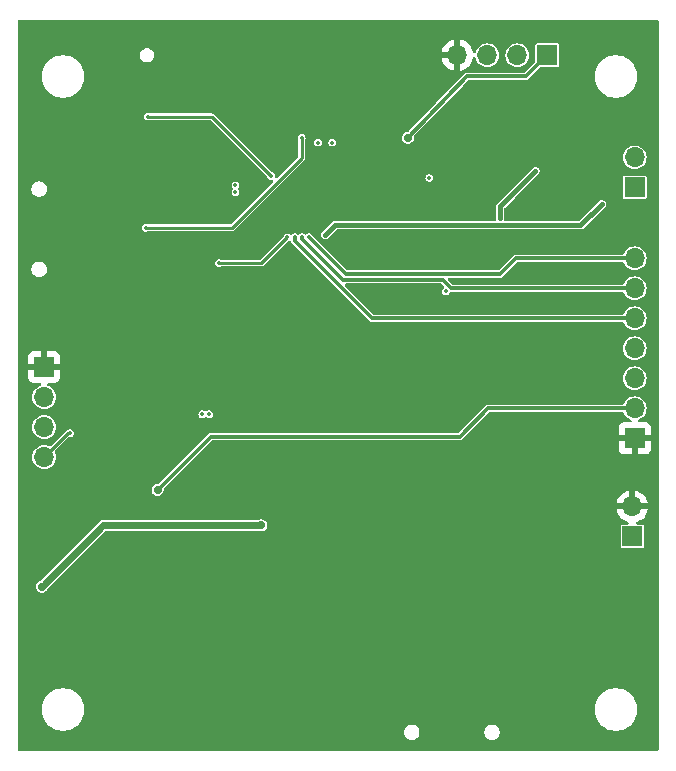
<source format=gbl>
%TF.GenerationSoftware,KiCad,Pcbnew,8.0.0*%
%TF.CreationDate,2025-05-02T12:08:01-03:00*%
%TF.ProjectId,PRJ4 (Alimentador Digital),50524a34-2028-4416-9c69-6d656e746164,rev?*%
%TF.SameCoordinates,Original*%
%TF.FileFunction,Copper,L4,Bot*%
%TF.FilePolarity,Positive*%
%FSLAX46Y46*%
G04 Gerber Fmt 4.6, Leading zero omitted, Abs format (unit mm)*
G04 Created by KiCad (PCBNEW 8.0.0) date 2025-05-02 12:08:01*
%MOMM*%
%LPD*%
G01*
G04 APERTURE LIST*
%TA.AperFunction,ComponentPad*%
%ADD10R,1.700000X1.700000*%
%TD*%
%TA.AperFunction,ComponentPad*%
%ADD11O,1.700000X1.700000*%
%TD*%
%TA.AperFunction,ViaPad*%
%ADD12C,0.700000*%
%TD*%
%TA.AperFunction,ViaPad*%
%ADD13C,0.350000*%
%TD*%
%TA.AperFunction,Conductor*%
%ADD14C,0.250000*%
%TD*%
%TA.AperFunction,Conductor*%
%ADD15C,0.300000*%
%TD*%
%TA.AperFunction,Conductor*%
%ADD16C,0.400000*%
%TD*%
%TA.AperFunction,Conductor*%
%ADD17C,0.600000*%
%TD*%
G04 APERTURE END LIST*
D10*
%TO.P,J6,1,Pin_1*%
%TO.N,GND*%
X168000000Y-103440000D03*
D11*
%TO.P,J6,2,Pin_2*%
%TO.N,+3.3V*%
X168000000Y-100900000D03*
%TO.P,J6,3,Pin_3*%
%TO.N,/CLK__DSP*%
X168000000Y-98360000D03*
%TO.P,J6,4,Pin_4*%
%TO.N,/MOSI_DSP*%
X168000000Y-95820000D03*
%TO.P,J6,5,Pin_5*%
%TO.N,/RES_DSP*%
X168000000Y-93280000D03*
%TO.P,J6,6,Pin_6*%
%TO.N,/DC_DSP*%
X168000000Y-90740000D03*
%TO.P,J6,7,Pin_7*%
%TO.N,/BLK_DSP*%
X168000000Y-88200000D03*
%TD*%
D10*
%TO.P,J1,1,Pin_1*%
%TO.N,GND*%
X118000000Y-97405000D03*
D11*
%TO.P,J1,2,Pin_2*%
%TO.N,Net-(J1-Pin_2)*%
X118000000Y-99945000D03*
%TO.P,J1,3,Pin_3*%
%TO.N,Net-(J1-Pin_3)*%
X118000000Y-102485000D03*
%TO.P,J1,4,Pin_4*%
%TO.N,+3.3V*%
X118000000Y-105025000D03*
%TD*%
D10*
%TO.P,J2,1,Pin_1*%
%TO.N,Net-(J2-Pin_1)*%
X168000000Y-82200000D03*
D11*
%TO.P,J2,2,Pin_2*%
%TO.N,Net-(J2-Pin_2)*%
X168000000Y-79660000D03*
%TD*%
D10*
%TO.P,J4,1,Pin_1*%
%TO.N,+3.3V*%
X160600000Y-71000000D03*
D11*
%TO.P,J4,2,Pin_2*%
%TO.N,/SWDIO*%
X158060000Y-71000000D03*
%TO.P,J4,3,Pin_3*%
%TO.N,/SWCLK*%
X155520000Y-71000000D03*
%TO.P,J4,4,Pin_4*%
%TO.N,GND*%
X152980000Y-71000000D03*
%TD*%
D10*
%TO.P,J5,1,Pin_1*%
%TO.N,+9V*%
X167800000Y-111740000D03*
D11*
%TO.P,J5,2,Pin_2*%
%TO.N,GND*%
X167800000Y-109200000D03*
%TD*%
D12*
%TO.N,GND*%
X128000000Y-94000000D03*
X126000000Y-125000000D03*
X127000000Y-90500000D03*
X147500000Y-107500000D03*
X159000000Y-77000000D03*
X136500000Y-69500000D03*
X156500000Y-74500000D03*
X135000000Y-100000000D03*
D13*
X156800000Y-86000000D03*
D12*
X131000000Y-125000000D03*
X144000000Y-69500000D03*
X152500000Y-105000000D03*
X137500000Y-97500000D03*
X131500000Y-69500000D03*
X160000000Y-98500000D03*
X160000000Y-102500000D03*
X146500000Y-72000000D03*
X161500000Y-74500000D03*
X150000000Y-105000000D03*
X152500000Y-100000000D03*
X152500000Y-107500000D03*
X165000000Y-102500000D03*
X117500000Y-77500000D03*
X161500000Y-77000000D03*
X156500000Y-77000000D03*
X134000000Y-69500000D03*
X140000000Y-95000000D03*
X152500000Y-97500000D03*
X146500000Y-69500000D03*
X140000000Y-97500000D03*
X165000000Y-110000000D03*
X134000000Y-72000000D03*
X145000000Y-95000000D03*
X165000000Y-107500000D03*
X145000000Y-100000000D03*
X150000000Y-100000000D03*
X131500000Y-72000000D03*
X162500000Y-105000000D03*
X122500000Y-80000000D03*
X128500000Y-125000000D03*
X142500000Y-100000000D03*
X162500000Y-110000000D03*
X160000000Y-107500000D03*
X155000000Y-105000000D03*
X159000000Y-74500000D03*
X141500000Y-69500000D03*
X160000000Y-105000000D03*
X131000000Y-127500000D03*
X135000000Y-97500000D03*
D13*
X148800000Y-76800000D03*
D12*
X165000000Y-105000000D03*
X149000000Y-72000000D03*
X122500000Y-77500000D03*
X165000000Y-98500000D03*
X139000000Y-72000000D03*
X142500000Y-97500000D03*
X136500000Y-72000000D03*
X144000000Y-72000000D03*
X125000000Y-87500000D03*
X145000000Y-97500000D03*
X147500000Y-105000000D03*
X147500000Y-97500000D03*
X142500000Y-95000000D03*
X155000000Y-107500000D03*
D13*
X156400000Y-89000000D03*
D12*
X150000000Y-107500000D03*
X137400000Y-95000000D03*
X150000000Y-97500000D03*
X147500000Y-100000000D03*
X126000000Y-127500000D03*
X128500000Y-127500000D03*
X140000000Y-100000000D03*
X141500000Y-72000000D03*
D13*
X145600000Y-78800000D03*
D12*
X137500000Y-100000000D03*
X139000000Y-69500000D03*
X149000000Y-69500000D03*
X162500000Y-102500000D03*
X162500000Y-98500000D03*
X162500000Y-107500000D03*
D13*
%TO.N,/RESET*%
X126800000Y-76200000D03*
X137200000Y-81200000D03*
D12*
%TO.N,+3.3V*%
X127600000Y-107800000D03*
D13*
X138600000Y-86400000D03*
X120200000Y-103000000D03*
X132800000Y-88600000D03*
D12*
X148800000Y-78000000D03*
D13*
%TO.N,Net-(U5-VCP)*%
X159600000Y-80800000D03*
X156600000Y-84800000D03*
%TO.N,/DC1_IN1*%
X150600000Y-81400000D03*
X152000000Y-91000000D03*
%TO.N,/BOOT*%
X139800000Y-78000000D03*
X126600000Y-85600000D03*
D12*
%TO.N,Net-(U3-FB)*%
X136400000Y-110800000D03*
X117800000Y-116000000D03*
D13*
%TO.N,/LOAD_DATA*%
X134200000Y-82000000D03*
X131400000Y-101400000D03*
%TO.N,/FAULT*%
X141800000Y-86200000D03*
X165200000Y-83600000D03*
%TO.N,/LOAD_OUT*%
X131950003Y-101400000D03*
X134200000Y-82600000D03*
%TO.N,/MOSI_DSP*%
X141200000Y-78400000D03*
%TO.N,/RES_DSP*%
X139200000Y-86400000D03*
%TO.N,/DC_DSP*%
X139800000Y-86400000D03*
%TO.N,/BLK_DSP*%
X140400000Y-86400000D03*
%TO.N,/CLK__DSP*%
X142400000Y-78400000D03*
%TD*%
D14*
%TO.N,GND*%
X148800000Y-76800000D02*
X147600000Y-76800000D01*
X156800000Y-86000000D02*
X156400000Y-86400000D01*
X147600000Y-76800000D02*
X145600000Y-78800000D01*
X156400000Y-86400000D02*
X156400000Y-89000000D01*
%TO.N,/RESET*%
X137200000Y-81200000D02*
X132200000Y-76200000D01*
X132200000Y-76200000D02*
X126800000Y-76200000D01*
D15*
%TO.N,+3.3V*%
X168000000Y-100900000D02*
X155610050Y-100900000D01*
D14*
X120025000Y-103000000D02*
X118000000Y-105025000D01*
D15*
X153200000Y-103310050D02*
X132089950Y-103310050D01*
X158800000Y-72800000D02*
X158400000Y-72800000D01*
X153799999Y-72800000D02*
X148800000Y-78000000D01*
X158400000Y-72800000D02*
X153799999Y-72800000D01*
D14*
X120200000Y-103000000D02*
X120025000Y-103000000D01*
D15*
X160600000Y-71000000D02*
X158800000Y-72800000D01*
X132089950Y-103310050D02*
X127600000Y-107800000D01*
D14*
X132800000Y-88600000D02*
X136400000Y-88600000D01*
D15*
X155610050Y-100900000D02*
X153200000Y-103310050D01*
D14*
X136400000Y-88600000D02*
X138600000Y-86400000D01*
D16*
%TO.N,Net-(U5-VCP)*%
X159600000Y-80800000D02*
X156600000Y-83800000D01*
X156600000Y-83800000D02*
X156600000Y-84800000D01*
D14*
%TO.N,/BOOT*%
X139800000Y-78000000D02*
X139800000Y-79707107D01*
X139800000Y-79707107D02*
X133907107Y-85600000D01*
X133907107Y-85600000D02*
X126600000Y-85600000D01*
D17*
%TO.N,Net-(U3-FB)*%
X123000000Y-110800000D02*
X117800000Y-116000000D01*
X136400000Y-110800000D02*
X123000000Y-110800000D01*
D16*
%TO.N,/FAULT*%
X163400000Y-85400000D02*
X142600000Y-85400000D01*
X165200000Y-83600000D02*
X163400000Y-85400000D01*
X142600000Y-85400000D02*
X141800000Y-86200000D01*
D15*
%TO.N,/RES_DSP*%
X168000000Y-93280000D02*
X145787537Y-93280000D01*
X145787537Y-93280000D02*
X139200000Y-86692463D01*
X139200000Y-86692463D02*
X139200000Y-86400000D01*
%TO.N,/DC_DSP*%
X151767463Y-90025000D02*
X143282537Y-90025000D01*
X139800000Y-86542463D02*
X139800000Y-86400000D01*
X143282537Y-90025000D02*
X139800000Y-86542463D01*
X152482463Y-90740000D02*
X151767463Y-90025000D01*
X168000000Y-90740000D02*
X152482463Y-90740000D01*
%TO.N,/BLK_DSP*%
X156617463Y-89525000D02*
X143525000Y-89525000D01*
X168000000Y-88200000D02*
X157942463Y-88200000D01*
X157942463Y-88200000D02*
X156617463Y-89525000D01*
X143525000Y-89525000D02*
X140400000Y-86400000D01*
%TD*%
%TA.AperFunction,Conductor*%
%TO.N,GND*%
G36*
X169967539Y-68020185D02*
G01*
X170013294Y-68072989D01*
X170024500Y-68124500D01*
X170024500Y-129775500D01*
X170004815Y-129842539D01*
X169952011Y-129888294D01*
X169900500Y-129899500D01*
X115899500Y-129899500D01*
X115832461Y-129879815D01*
X115786706Y-129827011D01*
X115775500Y-129775500D01*
X115775500Y-128389071D01*
X148474499Y-128389071D01*
X148499497Y-128514738D01*
X148499499Y-128514744D01*
X148548533Y-128633124D01*
X148548538Y-128633133D01*
X148619723Y-128739668D01*
X148619726Y-128739672D01*
X148710327Y-128830273D01*
X148710331Y-128830276D01*
X148816866Y-128901461D01*
X148816872Y-128901464D01*
X148816873Y-128901465D01*
X148935256Y-128950501D01*
X148935260Y-128950501D01*
X148935261Y-128950502D01*
X149060928Y-128975500D01*
X149060931Y-128975500D01*
X149189071Y-128975500D01*
X149273615Y-128958682D01*
X149314744Y-128950501D01*
X149433127Y-128901465D01*
X149539669Y-128830276D01*
X149630276Y-128739669D01*
X149701465Y-128633127D01*
X149750501Y-128514744D01*
X149775500Y-128389071D01*
X155274499Y-128389071D01*
X155299497Y-128514738D01*
X155299499Y-128514744D01*
X155348533Y-128633124D01*
X155348538Y-128633133D01*
X155419723Y-128739668D01*
X155419726Y-128739672D01*
X155510327Y-128830273D01*
X155510331Y-128830276D01*
X155616866Y-128901461D01*
X155616872Y-128901464D01*
X155616873Y-128901465D01*
X155735256Y-128950501D01*
X155735260Y-128950501D01*
X155735261Y-128950502D01*
X155860928Y-128975500D01*
X155860931Y-128975500D01*
X155989071Y-128975500D01*
X156073615Y-128958682D01*
X156114744Y-128950501D01*
X156233127Y-128901465D01*
X156339669Y-128830276D01*
X156430276Y-128739669D01*
X156501465Y-128633127D01*
X156550501Y-128514744D01*
X156575500Y-128389069D01*
X156575500Y-128260931D01*
X156575500Y-128260928D01*
X156550502Y-128135261D01*
X156550501Y-128135260D01*
X156550501Y-128135256D01*
X156502050Y-128018285D01*
X156501466Y-128016875D01*
X156501461Y-128016866D01*
X156430276Y-127910331D01*
X156430273Y-127910327D01*
X156339672Y-127819726D01*
X156339668Y-127819723D01*
X156233133Y-127748538D01*
X156233124Y-127748533D01*
X156114744Y-127699499D01*
X156114738Y-127699497D01*
X155989071Y-127674500D01*
X155989069Y-127674500D01*
X155860931Y-127674500D01*
X155860929Y-127674500D01*
X155735261Y-127699497D01*
X155735255Y-127699499D01*
X155616875Y-127748533D01*
X155616866Y-127748538D01*
X155510331Y-127819723D01*
X155510327Y-127819726D01*
X155419726Y-127910327D01*
X155419723Y-127910331D01*
X155348538Y-128016866D01*
X155348533Y-128016875D01*
X155299499Y-128135255D01*
X155299497Y-128135261D01*
X155274500Y-128260928D01*
X155274500Y-128260931D01*
X155274500Y-128389069D01*
X155274500Y-128389071D01*
X155274499Y-128389071D01*
X149775500Y-128389071D01*
X149775500Y-128389069D01*
X149775500Y-128260931D01*
X149775500Y-128260928D01*
X149750502Y-128135261D01*
X149750501Y-128135260D01*
X149750501Y-128135256D01*
X149702050Y-128018285D01*
X149701466Y-128016875D01*
X149701461Y-128016866D01*
X149630276Y-127910331D01*
X149630273Y-127910327D01*
X149539672Y-127819726D01*
X149539668Y-127819723D01*
X149433133Y-127748538D01*
X149433124Y-127748533D01*
X149314744Y-127699499D01*
X149314738Y-127699497D01*
X149189071Y-127674500D01*
X149189069Y-127674500D01*
X149060931Y-127674500D01*
X149060929Y-127674500D01*
X148935261Y-127699497D01*
X148935255Y-127699499D01*
X148816875Y-127748533D01*
X148816866Y-127748538D01*
X148710331Y-127819723D01*
X148710327Y-127819726D01*
X148619726Y-127910327D01*
X148619723Y-127910331D01*
X148548538Y-128016866D01*
X148548533Y-128016875D01*
X148499499Y-128135255D01*
X148499497Y-128135261D01*
X148474500Y-128260928D01*
X148474500Y-128260931D01*
X148474500Y-128389069D01*
X148474500Y-128389071D01*
X148474499Y-128389071D01*
X115775500Y-128389071D01*
X115775500Y-126518004D01*
X117799500Y-126518004D01*
X117799501Y-126518020D01*
X117830306Y-126752010D01*
X117891394Y-126979993D01*
X117981714Y-127198045D01*
X117981719Y-127198056D01*
X118052677Y-127320957D01*
X118099727Y-127402450D01*
X118099729Y-127402453D01*
X118099730Y-127402454D01*
X118243406Y-127589697D01*
X118243412Y-127589704D01*
X118410295Y-127756587D01*
X118410301Y-127756592D01*
X118597550Y-127900273D01*
X118728918Y-127976118D01*
X118801943Y-128018280D01*
X118801948Y-128018282D01*
X118801951Y-128018284D01*
X119020007Y-128108606D01*
X119247986Y-128169693D01*
X119481989Y-128200500D01*
X119481996Y-128200500D01*
X119718004Y-128200500D01*
X119718011Y-128200500D01*
X119952014Y-128169693D01*
X120179993Y-128108606D01*
X120398049Y-128018284D01*
X120602450Y-127900273D01*
X120789699Y-127756592D01*
X120956592Y-127589699D01*
X121100273Y-127402450D01*
X121218284Y-127198049D01*
X121308606Y-126979993D01*
X121369693Y-126752014D01*
X121400500Y-126518011D01*
X121400500Y-126518004D01*
X164599500Y-126518004D01*
X164599501Y-126518020D01*
X164630306Y-126752010D01*
X164691394Y-126979993D01*
X164781714Y-127198045D01*
X164781719Y-127198056D01*
X164852677Y-127320957D01*
X164899727Y-127402450D01*
X164899729Y-127402453D01*
X164899730Y-127402454D01*
X165043406Y-127589697D01*
X165043412Y-127589704D01*
X165210295Y-127756587D01*
X165210301Y-127756592D01*
X165397550Y-127900273D01*
X165528918Y-127976118D01*
X165601943Y-128018280D01*
X165601948Y-128018282D01*
X165601951Y-128018284D01*
X165820007Y-128108606D01*
X166047986Y-128169693D01*
X166281989Y-128200500D01*
X166281996Y-128200500D01*
X166518004Y-128200500D01*
X166518011Y-128200500D01*
X166752014Y-128169693D01*
X166979993Y-128108606D01*
X167198049Y-128018284D01*
X167402450Y-127900273D01*
X167589699Y-127756592D01*
X167756592Y-127589699D01*
X167900273Y-127402450D01*
X168018284Y-127198049D01*
X168108606Y-126979993D01*
X168169693Y-126752014D01*
X168200500Y-126518011D01*
X168200500Y-126281989D01*
X168169693Y-126047986D01*
X168108606Y-125820007D01*
X168018284Y-125601951D01*
X168018282Y-125601948D01*
X168018280Y-125601943D01*
X167976118Y-125528918D01*
X167900273Y-125397550D01*
X167756592Y-125210301D01*
X167756587Y-125210295D01*
X167589704Y-125043412D01*
X167589697Y-125043406D01*
X167402454Y-124899730D01*
X167402453Y-124899729D01*
X167402450Y-124899727D01*
X167320957Y-124852677D01*
X167198056Y-124781719D01*
X167198045Y-124781714D01*
X166979993Y-124691394D01*
X166752010Y-124630306D01*
X166518020Y-124599501D01*
X166518017Y-124599500D01*
X166518011Y-124599500D01*
X166281989Y-124599500D01*
X166281983Y-124599500D01*
X166281979Y-124599501D01*
X166047989Y-124630306D01*
X165820006Y-124691394D01*
X165601954Y-124781714D01*
X165601943Y-124781719D01*
X165397545Y-124899730D01*
X165210302Y-125043406D01*
X165210295Y-125043412D01*
X165043412Y-125210295D01*
X165043406Y-125210302D01*
X164899730Y-125397545D01*
X164781719Y-125601943D01*
X164781714Y-125601954D01*
X164691394Y-125820006D01*
X164630306Y-126047989D01*
X164599501Y-126281979D01*
X164599500Y-126281995D01*
X164599500Y-126518004D01*
X121400500Y-126518004D01*
X121400500Y-126281989D01*
X121369693Y-126047986D01*
X121308606Y-125820007D01*
X121218284Y-125601951D01*
X121218282Y-125601948D01*
X121218280Y-125601943D01*
X121176118Y-125528918D01*
X121100273Y-125397550D01*
X120956592Y-125210301D01*
X120956587Y-125210295D01*
X120789704Y-125043412D01*
X120789697Y-125043406D01*
X120602454Y-124899730D01*
X120602453Y-124899729D01*
X120602450Y-124899727D01*
X120520957Y-124852677D01*
X120398056Y-124781719D01*
X120398045Y-124781714D01*
X120179993Y-124691394D01*
X119952010Y-124630306D01*
X119718020Y-124599501D01*
X119718017Y-124599500D01*
X119718011Y-124599500D01*
X119481989Y-124599500D01*
X119481983Y-124599500D01*
X119481979Y-124599501D01*
X119247989Y-124630306D01*
X119020006Y-124691394D01*
X118801954Y-124781714D01*
X118801943Y-124781719D01*
X118597545Y-124899730D01*
X118410302Y-125043406D01*
X118410295Y-125043412D01*
X118243412Y-125210295D01*
X118243406Y-125210302D01*
X118099730Y-125397545D01*
X117981719Y-125601943D01*
X117981714Y-125601954D01*
X117891394Y-125820006D01*
X117830306Y-126047989D01*
X117799501Y-126281979D01*
X117799500Y-126281995D01*
X117799500Y-126518004D01*
X115775500Y-126518004D01*
X115775500Y-116000000D01*
X117291929Y-116000000D01*
X117312508Y-116143138D01*
X117312509Y-116143143D01*
X117372582Y-116274682D01*
X117372582Y-116274683D01*
X117467285Y-116383975D01*
X117568534Y-116449044D01*
X117588940Y-116462158D01*
X117698853Y-116494431D01*
X117727693Y-116502900D01*
X117727694Y-116502900D01*
X117872307Y-116502900D01*
X117896183Y-116495888D01*
X118011060Y-116462158D01*
X118132716Y-116383974D01*
X118227417Y-116274684D01*
X118269907Y-116181642D01*
X118295015Y-116145480D01*
X123151278Y-111289219D01*
X123212601Y-111255734D01*
X123238959Y-111252900D01*
X136141692Y-111252900D01*
X136179971Y-111261226D01*
X136180431Y-111259660D01*
X136327692Y-111302900D01*
X136327694Y-111302900D01*
X136472307Y-111302900D01*
X136496183Y-111295888D01*
X136611060Y-111262158D01*
X136732716Y-111183974D01*
X136827417Y-111074684D01*
X136887491Y-110943140D01*
X136908071Y-110800000D01*
X136887491Y-110656860D01*
X136887490Y-110656859D01*
X136887490Y-110656856D01*
X136827417Y-110525317D01*
X136827417Y-110525316D01*
X136732714Y-110416024D01*
X136611062Y-110337843D01*
X136611061Y-110337842D01*
X136611060Y-110337842D01*
X136529985Y-110314036D01*
X136472307Y-110297100D01*
X136472306Y-110297100D01*
X136327694Y-110297100D01*
X136327692Y-110297100D01*
X136180431Y-110340340D01*
X136179971Y-110338773D01*
X136141692Y-110347100D01*
X122940375Y-110347100D01*
X122825185Y-110377964D01*
X122721913Y-110437590D01*
X122721910Y-110437592D01*
X117657641Y-115501860D01*
X117604901Y-115533154D01*
X117588946Y-115537839D01*
X117588936Y-115537844D01*
X117467285Y-115616024D01*
X117372582Y-115725316D01*
X117372582Y-115725317D01*
X117312509Y-115856856D01*
X117312508Y-115856861D01*
X117291929Y-116000000D01*
X115775500Y-116000000D01*
X115775500Y-109450000D01*
X166469364Y-109450000D01*
X166526567Y-109663486D01*
X166526570Y-109663492D01*
X166626399Y-109877578D01*
X166761894Y-110071082D01*
X166928917Y-110238105D01*
X167122421Y-110373600D01*
X167336507Y-110473429D01*
X167336518Y-110473434D01*
X167410755Y-110493325D01*
X167470416Y-110529689D01*
X167500946Y-110592536D01*
X167492652Y-110661912D01*
X167448167Y-110715790D01*
X167381615Y-110737065D01*
X167378663Y-110737100D01*
X166934945Y-110737100D01*
X166890341Y-110745972D01*
X166890338Y-110745973D01*
X166839766Y-110779765D01*
X166805971Y-110830343D01*
X166805970Y-110830345D01*
X166797100Y-110874940D01*
X166797100Y-112605054D01*
X166805972Y-112649658D01*
X166805973Y-112649661D01*
X166839765Y-112700233D01*
X166839766Y-112700234D01*
X166890342Y-112734028D01*
X166890343Y-112734028D01*
X166890345Y-112734029D01*
X166912642Y-112738464D01*
X166934943Y-112742900D01*
X168665056Y-112742899D01*
X168709658Y-112734028D01*
X168760234Y-112700234D01*
X168794028Y-112649658D01*
X168802900Y-112605057D01*
X168802899Y-110874944D01*
X168794028Y-110830342D01*
X168794026Y-110830340D01*
X168794026Y-110830338D01*
X168760234Y-110779766D01*
X168709659Y-110745973D01*
X168709658Y-110745972D01*
X168709657Y-110745971D01*
X168709656Y-110745971D01*
X168709654Y-110745970D01*
X168665059Y-110737100D01*
X168221338Y-110737100D01*
X168154299Y-110717415D01*
X168108544Y-110664611D01*
X168098600Y-110595453D01*
X168127625Y-110531897D01*
X168186403Y-110494123D01*
X168189245Y-110493325D01*
X168263483Y-110473433D01*
X168263492Y-110473429D01*
X168477578Y-110373600D01*
X168671082Y-110238105D01*
X168838105Y-110071082D01*
X168973600Y-109877578D01*
X169073429Y-109663492D01*
X169073432Y-109663486D01*
X169130636Y-109450000D01*
X168233012Y-109450000D01*
X168265925Y-109392993D01*
X168300000Y-109265826D01*
X168300000Y-109134174D01*
X168265925Y-109007007D01*
X168233012Y-108950000D01*
X169130636Y-108950000D01*
X169130635Y-108949999D01*
X169073432Y-108736513D01*
X169073429Y-108736507D01*
X168973600Y-108522422D01*
X168973599Y-108522420D01*
X168838113Y-108328926D01*
X168838108Y-108328920D01*
X168671082Y-108161894D01*
X168477578Y-108026399D01*
X168263492Y-107926570D01*
X168263486Y-107926567D01*
X168050000Y-107869364D01*
X168050000Y-108766988D01*
X167992993Y-108734075D01*
X167865826Y-108700000D01*
X167734174Y-108700000D01*
X167607007Y-108734075D01*
X167550000Y-108766988D01*
X167550000Y-107869364D01*
X167549999Y-107869364D01*
X167336513Y-107926567D01*
X167336507Y-107926570D01*
X167122422Y-108026399D01*
X167122420Y-108026400D01*
X166928926Y-108161886D01*
X166928920Y-108161891D01*
X166761891Y-108328920D01*
X166761886Y-108328926D01*
X166626400Y-108522420D01*
X166626399Y-108522422D01*
X166526570Y-108736507D01*
X166526567Y-108736513D01*
X166469364Y-108949999D01*
X166469364Y-108950000D01*
X167366988Y-108950000D01*
X167334075Y-109007007D01*
X167300000Y-109134174D01*
X167300000Y-109265826D01*
X167334075Y-109392993D01*
X167366988Y-109450000D01*
X166469364Y-109450000D01*
X115775500Y-109450000D01*
X115775500Y-107800000D01*
X127091929Y-107800000D01*
X127112508Y-107943138D01*
X127112509Y-107943143D01*
X127172582Y-108074682D01*
X127172582Y-108074683D01*
X127172583Y-108074684D01*
X127248151Y-108161894D01*
X127267285Y-108183975D01*
X127368534Y-108249044D01*
X127388940Y-108262158D01*
X127498853Y-108294431D01*
X127527693Y-108302900D01*
X127527694Y-108302900D01*
X127672307Y-108302900D01*
X127696183Y-108295888D01*
X127811060Y-108262158D01*
X127932716Y-108183974D01*
X128027417Y-108074684D01*
X128087491Y-107943140D01*
X128108071Y-107800000D01*
X128106885Y-107791754D01*
X128116825Y-107722599D01*
X128141938Y-107686426D01*
X132179097Y-103649269D01*
X132240420Y-103615784D01*
X132266778Y-103612950D01*
X153152510Y-103612950D01*
X153152526Y-103612951D01*
X153160122Y-103612951D01*
X153239875Y-103612951D01*
X153239878Y-103612951D01*
X153316915Y-103592308D01*
X153385985Y-103552431D01*
X155699196Y-101239218D01*
X155760519Y-101205734D01*
X155786877Y-101202900D01*
X166951892Y-101202900D01*
X167018931Y-101222585D01*
X167064686Y-101275389D01*
X167066461Y-101280090D01*
X167066627Y-101280022D01*
X167068955Y-101285644D01*
X167068957Y-101285649D01*
X167068958Y-101285650D01*
X167130078Y-101399999D01*
X167162086Y-101459881D01*
X167287410Y-101612589D01*
X167427917Y-101727900D01*
X167440122Y-101737916D01*
X167614350Y-101831042D01*
X167635308Y-101837399D01*
X167668076Y-101847340D01*
X167726514Y-101885637D01*
X167754971Y-101949449D01*
X167744410Y-102018516D01*
X167698185Y-102070910D01*
X167632080Y-102090000D01*
X167102155Y-102090000D01*
X167042627Y-102096401D01*
X167042620Y-102096403D01*
X166907913Y-102146645D01*
X166907906Y-102146649D01*
X166792812Y-102232809D01*
X166792809Y-102232812D01*
X166706649Y-102347906D01*
X166706645Y-102347913D01*
X166656403Y-102482620D01*
X166656401Y-102482627D01*
X166650000Y-102542155D01*
X166650000Y-103190000D01*
X167566988Y-103190000D01*
X167534075Y-103247007D01*
X167500000Y-103374174D01*
X167500000Y-103505826D01*
X167534075Y-103632993D01*
X167566988Y-103690000D01*
X166650000Y-103690000D01*
X166650000Y-104337844D01*
X166656401Y-104397372D01*
X166656403Y-104397379D01*
X166706645Y-104532086D01*
X166706649Y-104532093D01*
X166792809Y-104647187D01*
X166792812Y-104647190D01*
X166907906Y-104733350D01*
X166907913Y-104733354D01*
X167042620Y-104783596D01*
X167042627Y-104783598D01*
X167102155Y-104789999D01*
X167102172Y-104790000D01*
X167750000Y-104790000D01*
X167750000Y-103873012D01*
X167807007Y-103905925D01*
X167934174Y-103940000D01*
X168065826Y-103940000D01*
X168192993Y-103905925D01*
X168250000Y-103873012D01*
X168250000Y-104790000D01*
X168897828Y-104790000D01*
X168897844Y-104789999D01*
X168957372Y-104783598D01*
X168957379Y-104783596D01*
X169092086Y-104733354D01*
X169092093Y-104733350D01*
X169207187Y-104647190D01*
X169207190Y-104647187D01*
X169293350Y-104532093D01*
X169293354Y-104532086D01*
X169343596Y-104397379D01*
X169343598Y-104397372D01*
X169349999Y-104337844D01*
X169350000Y-104337827D01*
X169350000Y-103690000D01*
X168433012Y-103690000D01*
X168465925Y-103632993D01*
X168500000Y-103505826D01*
X168500000Y-103374174D01*
X168465925Y-103247007D01*
X168433012Y-103190000D01*
X169350000Y-103190000D01*
X169350000Y-102542172D01*
X169349999Y-102542155D01*
X169343598Y-102482627D01*
X169343596Y-102482620D01*
X169293354Y-102347913D01*
X169293350Y-102347906D01*
X169207190Y-102232812D01*
X169207187Y-102232809D01*
X169092093Y-102146649D01*
X169092086Y-102146645D01*
X168957379Y-102096403D01*
X168957372Y-102096401D01*
X168897844Y-102090000D01*
X168367920Y-102090000D01*
X168300881Y-102070315D01*
X168255126Y-102017511D01*
X168245182Y-101948353D01*
X168274207Y-101884797D01*
X168331924Y-101847340D01*
X168353003Y-101840945D01*
X168385650Y-101831042D01*
X168559878Y-101737916D01*
X168712589Y-101612589D01*
X168837916Y-101459878D01*
X168931042Y-101285650D01*
X168988389Y-101096603D01*
X169007753Y-100900000D01*
X168988389Y-100703397D01*
X168931042Y-100514350D01*
X168837916Y-100340122D01*
X168830142Y-100330649D01*
X168712589Y-100187410D01*
X168559881Y-100062086D01*
X168559879Y-100062085D01*
X168559878Y-100062084D01*
X168385650Y-99968958D01*
X168196603Y-99911611D01*
X168196601Y-99911610D01*
X168196599Y-99911610D01*
X168000000Y-99892247D01*
X167803400Y-99911610D01*
X167614350Y-99968958D01*
X167440118Y-100062086D01*
X167287410Y-100187410D01*
X167162086Y-100340118D01*
X167068955Y-100514355D01*
X167066627Y-100519978D01*
X167064090Y-100518927D01*
X167032319Y-100567480D01*
X166968526Y-100595979D01*
X166951892Y-100597100D01*
X155570172Y-100597100D01*
X155493135Y-100617742D01*
X155493134Y-100617742D01*
X155424066Y-100657618D01*
X155424063Y-100657620D01*
X153110853Y-102970831D01*
X153049530Y-103004316D01*
X153023172Y-103007150D01*
X132050072Y-103007150D01*
X131973035Y-103027792D01*
X131973034Y-103027792D01*
X131903966Y-103067668D01*
X131903963Y-103067670D01*
X127710852Y-107260781D01*
X127649529Y-107294266D01*
X127623171Y-107297100D01*
X127527693Y-107297100D01*
X127388937Y-107337843D01*
X127267285Y-107416024D01*
X127172582Y-107525316D01*
X127172582Y-107525317D01*
X127112509Y-107656856D01*
X127112508Y-107656861D01*
X127091929Y-107800000D01*
X115775500Y-107800000D01*
X115775500Y-105025000D01*
X116992247Y-105025000D01*
X117011610Y-105221599D01*
X117011610Y-105221601D01*
X117011611Y-105221603D01*
X117068958Y-105410650D01*
X117162084Y-105584878D01*
X117162086Y-105584881D01*
X117287410Y-105737589D01*
X117440118Y-105862913D01*
X117440122Y-105862916D01*
X117614350Y-105956042D01*
X117803397Y-106013389D01*
X118000000Y-106032753D01*
X118196603Y-106013389D01*
X118385650Y-105956042D01*
X118559878Y-105862916D01*
X118712589Y-105737589D01*
X118837916Y-105584878D01*
X118931042Y-105410650D01*
X118988389Y-105221603D01*
X119007753Y-105025000D01*
X118988389Y-104828397D01*
X118931042Y-104639350D01*
X118921315Y-104621153D01*
X118907071Y-104552753D01*
X118932069Y-104487508D01*
X118942984Y-104475024D01*
X120053790Y-103364219D01*
X120115113Y-103330734D01*
X120141471Y-103327900D01*
X120257816Y-103327900D01*
X120257818Y-103327900D01*
X120366479Y-103288350D01*
X120455061Y-103214021D01*
X120512878Y-103113878D01*
X120532958Y-103000000D01*
X120512878Y-102886122D01*
X120503945Y-102870650D01*
X120455063Y-102785982D01*
X120455062Y-102785981D01*
X120455061Y-102785979D01*
X120366479Y-102711650D01*
X120257818Y-102672100D01*
X120142182Y-102672100D01*
X120033521Y-102711650D01*
X120033519Y-102711650D01*
X120025357Y-102714622D01*
X119996303Y-102719744D01*
X119996474Y-102721039D01*
X119988414Y-102722100D01*
X119917733Y-102741038D01*
X119854365Y-102777625D01*
X119854362Y-102777627D01*
X118549981Y-104082007D01*
X118488658Y-104115492D01*
X118418966Y-104110508D01*
X118403848Y-104103685D01*
X118385652Y-104093959D01*
X118385651Y-104093958D01*
X118385650Y-104093958D01*
X118196603Y-104036611D01*
X118196601Y-104036610D01*
X118196599Y-104036610D01*
X118000000Y-104017247D01*
X117803400Y-104036610D01*
X117614350Y-104093958D01*
X117440118Y-104187086D01*
X117287410Y-104312410D01*
X117162086Y-104465118D01*
X117068958Y-104639350D01*
X117011610Y-104828400D01*
X116992247Y-105025000D01*
X115775500Y-105025000D01*
X115775500Y-102485000D01*
X116992247Y-102485000D01*
X117011610Y-102681599D01*
X117011610Y-102681601D01*
X117011611Y-102681603D01*
X117068958Y-102870650D01*
X117159424Y-103039901D01*
X117162086Y-103044881D01*
X117287410Y-103197589D01*
X117440118Y-103322913D01*
X117440122Y-103322916D01*
X117614350Y-103416042D01*
X117803397Y-103473389D01*
X118000000Y-103492753D01*
X118196603Y-103473389D01*
X118385650Y-103416042D01*
X118559878Y-103322916D01*
X118712589Y-103197589D01*
X118837916Y-103044878D01*
X118931042Y-102870650D01*
X118988389Y-102681603D01*
X119007753Y-102485000D01*
X118988389Y-102288397D01*
X118931042Y-102099350D01*
X118837916Y-101925122D01*
X118807770Y-101888389D01*
X118712589Y-101772410D01*
X118559881Y-101647086D01*
X118559879Y-101647085D01*
X118559878Y-101647084D01*
X118385650Y-101553958D01*
X118196603Y-101496611D01*
X118196601Y-101496610D01*
X118196599Y-101496610D01*
X118000000Y-101477247D01*
X117803400Y-101496610D01*
X117614350Y-101553958D01*
X117440118Y-101647086D01*
X117287410Y-101772410D01*
X117162086Y-101925118D01*
X117068958Y-102099350D01*
X117011610Y-102288400D01*
X116992247Y-102485000D01*
X115775500Y-102485000D01*
X115775500Y-101400000D01*
X131067042Y-101400000D01*
X131087122Y-101513877D01*
X131087124Y-101513883D01*
X131144936Y-101614017D01*
X131144937Y-101614018D01*
X131144939Y-101614021D01*
X131233521Y-101688350D01*
X131342182Y-101727900D01*
X131342183Y-101727900D01*
X131457816Y-101727900D01*
X131457818Y-101727900D01*
X131566479Y-101688350D01*
X131595297Y-101664168D01*
X131659302Y-101636157D01*
X131728294Y-101647195D01*
X131754703Y-101664166D01*
X131783524Y-101688350D01*
X131892185Y-101727900D01*
X131892186Y-101727900D01*
X132007819Y-101727900D01*
X132007821Y-101727900D01*
X132116482Y-101688350D01*
X132205064Y-101614021D01*
X132262881Y-101513878D01*
X132282961Y-101400000D01*
X132262881Y-101286122D01*
X132262608Y-101285650D01*
X132205066Y-101185982D01*
X132205065Y-101185981D01*
X132205064Y-101185979D01*
X132116482Y-101111650D01*
X132007821Y-101072100D01*
X131892185Y-101072100D01*
X131783524Y-101111650D01*
X131783523Y-101111650D01*
X131783522Y-101111651D01*
X131754705Y-101135831D01*
X131690696Y-101163843D01*
X131621705Y-101152802D01*
X131595296Y-101135830D01*
X131566480Y-101111651D01*
X131566479Y-101111650D01*
X131457818Y-101072100D01*
X131342182Y-101072100D01*
X131233521Y-101111650D01*
X131233520Y-101111650D01*
X131233519Y-101111651D01*
X131144941Y-101185977D01*
X131144936Y-101185982D01*
X131087124Y-101286116D01*
X131087122Y-101286122D01*
X131067042Y-101399999D01*
X131067042Y-101400000D01*
X115775500Y-101400000D01*
X115775500Y-98302844D01*
X116650000Y-98302844D01*
X116656401Y-98362372D01*
X116656403Y-98362379D01*
X116706645Y-98497086D01*
X116706649Y-98497093D01*
X116792809Y-98612187D01*
X116792812Y-98612190D01*
X116907906Y-98698350D01*
X116907913Y-98698354D01*
X117042620Y-98748596D01*
X117042627Y-98748598D01*
X117102155Y-98754999D01*
X117102172Y-98755000D01*
X117632080Y-98755000D01*
X117699119Y-98774685D01*
X117744874Y-98827489D01*
X117754818Y-98896647D01*
X117725793Y-98960203D01*
X117668076Y-98997660D01*
X117614354Y-99013956D01*
X117440118Y-99107086D01*
X117287410Y-99232410D01*
X117162086Y-99385118D01*
X117068958Y-99559350D01*
X117011610Y-99748400D01*
X116992247Y-99945000D01*
X117011610Y-100141599D01*
X117011610Y-100141601D01*
X117011611Y-100141603D01*
X117068958Y-100330650D01*
X117074019Y-100340118D01*
X117162086Y-100504881D01*
X117287410Y-100657589D01*
X117440118Y-100782913D01*
X117440122Y-100782916D01*
X117614350Y-100876042D01*
X117803397Y-100933389D01*
X118000000Y-100952753D01*
X118196603Y-100933389D01*
X118385650Y-100876042D01*
X118559878Y-100782916D01*
X118712589Y-100657589D01*
X118837916Y-100504878D01*
X118931042Y-100330650D01*
X118988389Y-100141603D01*
X119007753Y-99945000D01*
X118988389Y-99748397D01*
X118931042Y-99559350D01*
X118837916Y-99385122D01*
X118807770Y-99348389D01*
X118712589Y-99232410D01*
X118559881Y-99107086D01*
X118559879Y-99107085D01*
X118559878Y-99107084D01*
X118385650Y-99013958D01*
X118385647Y-99013957D01*
X118385645Y-99013956D01*
X118331924Y-98997660D01*
X118273486Y-98959363D01*
X118245029Y-98895551D01*
X118255590Y-98826484D01*
X118301815Y-98774090D01*
X118367920Y-98755000D01*
X118897828Y-98755000D01*
X118897844Y-98754999D01*
X118957372Y-98748598D01*
X118957379Y-98748596D01*
X119092086Y-98698354D01*
X119092093Y-98698350D01*
X119207187Y-98612190D01*
X119207190Y-98612187D01*
X119293350Y-98497093D01*
X119293354Y-98497086D01*
X119343596Y-98362379D01*
X119343598Y-98362372D01*
X119343853Y-98360000D01*
X166992247Y-98360000D01*
X167011610Y-98556599D01*
X167011610Y-98556601D01*
X167011611Y-98556603D01*
X167068958Y-98745650D01*
X167149081Y-98895551D01*
X167162086Y-98919881D01*
X167287410Y-99072589D01*
X167440118Y-99197913D01*
X167440122Y-99197916D01*
X167614350Y-99291042D01*
X167803397Y-99348389D01*
X168000000Y-99367753D01*
X168196603Y-99348389D01*
X168385650Y-99291042D01*
X168559878Y-99197916D01*
X168712589Y-99072589D01*
X168837916Y-98919878D01*
X168931042Y-98745650D01*
X168988389Y-98556603D01*
X169007753Y-98360000D01*
X168988389Y-98163397D01*
X168931042Y-97974350D01*
X168837916Y-97800122D01*
X168765602Y-97712007D01*
X168712589Y-97647410D01*
X168559881Y-97522086D01*
X168559879Y-97522085D01*
X168559878Y-97522084D01*
X168385650Y-97428958D01*
X168196603Y-97371611D01*
X168196601Y-97371610D01*
X168196599Y-97371610D01*
X168000000Y-97352247D01*
X167803400Y-97371610D01*
X167614350Y-97428958D01*
X167440118Y-97522086D01*
X167287410Y-97647410D01*
X167162086Y-97800118D01*
X167068958Y-97974350D01*
X167011610Y-98163400D01*
X166992247Y-98360000D01*
X119343853Y-98360000D01*
X119349999Y-98302844D01*
X119350000Y-98302827D01*
X119350000Y-97655000D01*
X118433012Y-97655000D01*
X118465925Y-97597993D01*
X118500000Y-97470826D01*
X118500000Y-97339174D01*
X118465925Y-97212007D01*
X118433012Y-97155000D01*
X119350000Y-97155000D01*
X119350000Y-96507172D01*
X119349999Y-96507155D01*
X119343598Y-96447627D01*
X119343596Y-96447620D01*
X119293354Y-96312913D01*
X119293350Y-96312906D01*
X119207190Y-96197812D01*
X119207187Y-96197809D01*
X119092093Y-96111649D01*
X119092086Y-96111645D01*
X118957379Y-96061403D01*
X118957372Y-96061401D01*
X118897844Y-96055000D01*
X118250000Y-96055000D01*
X118250000Y-96971988D01*
X118192993Y-96939075D01*
X118065826Y-96905000D01*
X117934174Y-96905000D01*
X117807007Y-96939075D01*
X117750000Y-96971988D01*
X117750000Y-96055000D01*
X117102155Y-96055000D01*
X117042627Y-96061401D01*
X117042620Y-96061403D01*
X116907913Y-96111645D01*
X116907906Y-96111649D01*
X116792812Y-96197809D01*
X116792809Y-96197812D01*
X116706649Y-96312906D01*
X116706645Y-96312913D01*
X116656403Y-96447620D01*
X116656401Y-96447627D01*
X116650000Y-96507155D01*
X116650000Y-97155000D01*
X117566988Y-97155000D01*
X117534075Y-97212007D01*
X117500000Y-97339174D01*
X117500000Y-97470826D01*
X117534075Y-97597993D01*
X117566988Y-97655000D01*
X116650000Y-97655000D01*
X116650000Y-98302844D01*
X115775500Y-98302844D01*
X115775500Y-95820000D01*
X166992247Y-95820000D01*
X167011610Y-96016599D01*
X167011610Y-96016601D01*
X167011611Y-96016603D01*
X167068958Y-96205650D01*
X167126287Y-96312906D01*
X167162086Y-96379881D01*
X167287410Y-96532589D01*
X167440118Y-96657913D01*
X167440122Y-96657916D01*
X167614350Y-96751042D01*
X167803397Y-96808389D01*
X168000000Y-96827753D01*
X168196603Y-96808389D01*
X168385650Y-96751042D01*
X168559878Y-96657916D01*
X168712589Y-96532589D01*
X168837916Y-96379878D01*
X168931042Y-96205650D01*
X168988389Y-96016603D01*
X169007753Y-95820000D01*
X168988389Y-95623397D01*
X168931042Y-95434350D01*
X168837916Y-95260122D01*
X168837913Y-95260118D01*
X168712589Y-95107410D01*
X168559881Y-94982086D01*
X168559879Y-94982085D01*
X168559878Y-94982084D01*
X168385650Y-94888958D01*
X168196603Y-94831611D01*
X168196601Y-94831610D01*
X168196599Y-94831610D01*
X168000000Y-94812247D01*
X167803400Y-94831610D01*
X167614350Y-94888958D01*
X167440118Y-94982086D01*
X167287410Y-95107410D01*
X167162086Y-95260118D01*
X167068958Y-95434350D01*
X167011610Y-95623400D01*
X166992247Y-95820000D01*
X115775500Y-95820000D01*
X115775500Y-89189071D01*
X116924499Y-89189071D01*
X116949497Y-89314738D01*
X116949499Y-89314744D01*
X116998533Y-89433124D01*
X116998538Y-89433133D01*
X117069723Y-89539668D01*
X117069726Y-89539672D01*
X117160327Y-89630273D01*
X117160331Y-89630276D01*
X117266866Y-89701461D01*
X117266872Y-89701464D01*
X117266873Y-89701465D01*
X117385256Y-89750501D01*
X117385260Y-89750501D01*
X117385261Y-89750502D01*
X117510928Y-89775500D01*
X117510931Y-89775500D01*
X117639071Y-89775500D01*
X117723615Y-89758682D01*
X117764744Y-89750501D01*
X117883127Y-89701465D01*
X117989669Y-89630276D01*
X118080276Y-89539669D01*
X118151465Y-89433127D01*
X118200501Y-89314744D01*
X118218930Y-89222100D01*
X118225500Y-89189071D01*
X118225500Y-89060928D01*
X118200502Y-88935261D01*
X118200501Y-88935260D01*
X118200501Y-88935256D01*
X118151465Y-88816873D01*
X118151464Y-88816872D01*
X118151461Y-88816866D01*
X118080276Y-88710331D01*
X118080273Y-88710327D01*
X117989672Y-88619726D01*
X117989668Y-88619723D01*
X117960151Y-88600000D01*
X132467042Y-88600000D01*
X132487122Y-88713877D01*
X132487124Y-88713883D01*
X132544936Y-88814017D01*
X132544937Y-88814018D01*
X132544939Y-88814021D01*
X132633521Y-88888350D01*
X132742182Y-88927900D01*
X132742183Y-88927900D01*
X132857816Y-88927900D01*
X132857818Y-88927900D01*
X132966479Y-88888350D01*
X132966480Y-88888349D01*
X132974643Y-88885378D01*
X133017054Y-88877900D01*
X136436583Y-88877900D01*
X136436586Y-88877900D01*
X136507266Y-88858962D01*
X136570635Y-88822375D01*
X138649844Y-86743164D01*
X138695111Y-86714326D01*
X138699172Y-86712847D01*
X138747590Y-86695224D01*
X138817318Y-86690792D01*
X138878374Y-86724762D01*
X138909775Y-86779649D01*
X138917740Y-86809374D01*
X138917742Y-86809378D01*
X138957619Y-86878448D01*
X145601552Y-93522381D01*
X145670622Y-93562258D01*
X145747659Y-93582900D01*
X145827415Y-93582900D01*
X166951892Y-93582900D01*
X167018931Y-93602585D01*
X167064686Y-93655389D01*
X167066461Y-93660090D01*
X167066627Y-93660022D01*
X167068955Y-93665644D01*
X167162086Y-93839881D01*
X167287410Y-93992589D01*
X167440118Y-94117913D01*
X167440122Y-94117916D01*
X167614350Y-94211042D01*
X167803397Y-94268389D01*
X168000000Y-94287753D01*
X168196603Y-94268389D01*
X168385650Y-94211042D01*
X168559878Y-94117916D01*
X168712589Y-93992589D01*
X168837916Y-93839878D01*
X168931042Y-93665650D01*
X168988389Y-93476603D01*
X169007753Y-93280000D01*
X168988389Y-93083397D01*
X168931042Y-92894350D01*
X168837916Y-92720122D01*
X168837913Y-92720118D01*
X168712589Y-92567410D01*
X168559881Y-92442086D01*
X168559879Y-92442085D01*
X168559878Y-92442084D01*
X168385650Y-92348958D01*
X168196603Y-92291611D01*
X168196601Y-92291610D01*
X168196599Y-92291610D01*
X168000000Y-92272247D01*
X167803400Y-92291610D01*
X167614350Y-92348958D01*
X167440118Y-92442086D01*
X167287410Y-92567410D01*
X167162086Y-92720118D01*
X167068955Y-92894355D01*
X167066627Y-92899978D01*
X167064090Y-92898927D01*
X167032319Y-92947480D01*
X166968526Y-92975979D01*
X166951892Y-92977100D01*
X145964365Y-92977100D01*
X145897326Y-92957415D01*
X145876684Y-92940781D01*
X143475484Y-90539581D01*
X143441999Y-90478258D01*
X143446983Y-90408566D01*
X143488855Y-90352633D01*
X143554319Y-90328216D01*
X143563165Y-90327900D01*
X151590635Y-90327900D01*
X151657674Y-90347585D01*
X151678316Y-90364219D01*
X151842355Y-90528258D01*
X151875840Y-90589581D01*
X151870856Y-90659273D01*
X151834380Y-90710928D01*
X151744941Y-90785976D01*
X151744936Y-90785982D01*
X151687124Y-90886116D01*
X151687122Y-90886122D01*
X151667042Y-90999999D01*
X151667042Y-91000000D01*
X151687122Y-91113877D01*
X151687124Y-91113883D01*
X151744936Y-91214017D01*
X151744937Y-91214018D01*
X151744939Y-91214021D01*
X151833521Y-91288350D01*
X151942182Y-91327900D01*
X151942183Y-91327900D01*
X152057816Y-91327900D01*
X152057818Y-91327900D01*
X152166479Y-91288350D01*
X152255061Y-91214021D01*
X152312878Y-91113878D01*
X152312877Y-91113878D01*
X152318303Y-91104482D01*
X152321837Y-91106522D01*
X152350786Y-91067153D01*
X152416039Y-91042176D01*
X152442136Y-91042842D01*
X152442584Y-91042901D01*
X152442585Y-91042901D01*
X152529937Y-91042901D01*
X152529953Y-91042900D01*
X166951892Y-91042900D01*
X167018931Y-91062585D01*
X167064686Y-91115389D01*
X167066461Y-91120090D01*
X167066627Y-91120022D01*
X167068955Y-91125644D01*
X167068957Y-91125649D01*
X167068958Y-91125650D01*
X167155922Y-91288350D01*
X167162086Y-91299881D01*
X167287410Y-91452589D01*
X167440118Y-91577913D01*
X167440122Y-91577916D01*
X167614350Y-91671042D01*
X167803397Y-91728389D01*
X168000000Y-91747753D01*
X168196603Y-91728389D01*
X168385650Y-91671042D01*
X168559878Y-91577916D01*
X168712589Y-91452589D01*
X168837916Y-91299878D01*
X168931042Y-91125650D01*
X168988389Y-90936603D01*
X169007753Y-90740000D01*
X168988389Y-90543397D01*
X168931042Y-90354350D01*
X168837916Y-90180122D01*
X168722577Y-90039581D01*
X168712589Y-90027410D01*
X168559881Y-89902086D01*
X168559879Y-89902085D01*
X168559878Y-89902084D01*
X168385650Y-89808958D01*
X168196603Y-89751611D01*
X168196601Y-89751610D01*
X168196599Y-89751610D01*
X168000000Y-89732247D01*
X167803400Y-89751610D01*
X167614350Y-89808958D01*
X167440118Y-89902086D01*
X167287410Y-90027410D01*
X167162086Y-90180118D01*
X167068955Y-90354355D01*
X167066627Y-90359978D01*
X167064090Y-90358927D01*
X167032319Y-90407480D01*
X166968526Y-90435979D01*
X166951892Y-90437100D01*
X152659290Y-90437100D01*
X152592251Y-90417415D01*
X152571609Y-90400781D01*
X152210410Y-90039581D01*
X152176925Y-89978258D01*
X152181909Y-89908566D01*
X152223781Y-89852633D01*
X152289245Y-89828216D01*
X152298091Y-89827900D01*
X156569973Y-89827900D01*
X156569989Y-89827901D01*
X156577585Y-89827901D01*
X156657338Y-89827901D01*
X156657341Y-89827901D01*
X156734378Y-89807258D01*
X156803448Y-89767381D01*
X158031610Y-88539219D01*
X158092933Y-88505734D01*
X158119291Y-88502900D01*
X166951892Y-88502900D01*
X167018931Y-88522585D01*
X167064686Y-88575389D01*
X167066461Y-88580090D01*
X167066627Y-88580022D01*
X167068955Y-88585644D01*
X167068957Y-88585649D01*
X167068958Y-88585650D01*
X167137499Y-88713883D01*
X167162086Y-88759881D01*
X167287410Y-88912589D01*
X167440118Y-89037913D01*
X167440122Y-89037916D01*
X167614350Y-89131042D01*
X167803397Y-89188389D01*
X168000000Y-89207753D01*
X168196603Y-89188389D01*
X168385650Y-89131042D01*
X168559878Y-89037916D01*
X168712589Y-88912589D01*
X168837916Y-88759878D01*
X168931042Y-88585650D01*
X168988389Y-88396603D01*
X169007753Y-88200000D01*
X168988389Y-88003397D01*
X168931042Y-87814350D01*
X168837916Y-87640122D01*
X168837913Y-87640118D01*
X168712589Y-87487410D01*
X168559881Y-87362086D01*
X168559879Y-87362085D01*
X168559878Y-87362084D01*
X168385650Y-87268958D01*
X168196603Y-87211611D01*
X168196601Y-87211610D01*
X168196599Y-87211610D01*
X168000000Y-87192247D01*
X167803400Y-87211610D01*
X167614350Y-87268958D01*
X167440118Y-87362086D01*
X167287410Y-87487410D01*
X167162086Y-87640118D01*
X167068955Y-87814355D01*
X167066627Y-87819978D01*
X167064090Y-87818927D01*
X167032319Y-87867480D01*
X166968526Y-87895979D01*
X166951892Y-87897100D01*
X157989953Y-87897100D01*
X157989937Y-87897099D01*
X157982341Y-87897099D01*
X157902585Y-87897099D01*
X157844807Y-87912581D01*
X157825547Y-87917742D01*
X157756479Y-87957618D01*
X157756476Y-87957620D01*
X156528316Y-89185781D01*
X156466993Y-89219266D01*
X156440635Y-89222100D01*
X143701827Y-89222100D01*
X143634788Y-89202415D01*
X143614146Y-89185781D01*
X140722223Y-86293857D01*
X140702517Y-86268175D01*
X140689980Y-86246460D01*
X141447100Y-86246460D01*
X141471150Y-86336214D01*
X141517610Y-86416686D01*
X141583314Y-86482390D01*
X141663786Y-86528850D01*
X141753540Y-86552900D01*
X141753542Y-86552900D01*
X141846458Y-86552900D01*
X141846460Y-86552900D01*
X141936214Y-86528850D01*
X142016686Y-86482390D01*
X142709857Y-85789219D01*
X142771180Y-85755734D01*
X142797538Y-85752900D01*
X163446458Y-85752900D01*
X163446460Y-85752900D01*
X163536214Y-85728850D01*
X163616686Y-85682390D01*
X165482390Y-83816686D01*
X165528850Y-83736215D01*
X165552900Y-83646460D01*
X165552900Y-83553541D01*
X165528850Y-83463786D01*
X165482390Y-83383314D01*
X165416686Y-83317610D01*
X165336214Y-83271150D01*
X165336215Y-83271150D01*
X165313775Y-83265137D01*
X165246459Y-83247100D01*
X165153540Y-83247100D01*
X165063785Y-83271150D01*
X165063783Y-83271150D01*
X165063783Y-83271151D01*
X164983314Y-83317610D01*
X164983311Y-83317612D01*
X163290143Y-85010781D01*
X163228820Y-85044266D01*
X163202462Y-85047100D01*
X157060738Y-85047100D01*
X156993699Y-85027415D01*
X156947944Y-84974611D01*
X156938000Y-84905453D01*
X156940964Y-84891005D01*
X156952899Y-84846462D01*
X156952900Y-84846459D01*
X156952900Y-83997538D01*
X156972585Y-83930499D01*
X156989219Y-83909857D01*
X157834022Y-83065054D01*
X166997100Y-83065054D01*
X167005972Y-83109658D01*
X167005973Y-83109661D01*
X167039765Y-83160233D01*
X167039766Y-83160234D01*
X167090342Y-83194028D01*
X167090343Y-83194028D01*
X167090345Y-83194029D01*
X167112642Y-83198464D01*
X167134943Y-83202900D01*
X168865056Y-83202899D01*
X168909658Y-83194028D01*
X168960234Y-83160234D01*
X168994028Y-83109658D01*
X169002900Y-83065057D01*
X169002899Y-81334944D01*
X168994028Y-81290342D01*
X168994026Y-81290340D01*
X168994026Y-81290338D01*
X168960234Y-81239766D01*
X168909659Y-81205973D01*
X168909658Y-81205972D01*
X168909657Y-81205971D01*
X168909656Y-81205971D01*
X168909654Y-81205970D01*
X168865059Y-81197100D01*
X167134945Y-81197100D01*
X167090341Y-81205972D01*
X167090338Y-81205973D01*
X167039766Y-81239765D01*
X167005971Y-81290343D01*
X167005970Y-81290345D01*
X166997100Y-81334940D01*
X166997100Y-83065054D01*
X157834022Y-83065054D01*
X158412960Y-82486116D01*
X159882390Y-81016686D01*
X159928850Y-80936214D01*
X159952900Y-80846460D01*
X159952900Y-80753540D01*
X159928850Y-80663786D01*
X159882390Y-80583314D01*
X159816686Y-80517610D01*
X159736214Y-80471150D01*
X159736215Y-80471150D01*
X159706296Y-80463133D01*
X159646460Y-80447100D01*
X159553540Y-80447100D01*
X159493704Y-80463133D01*
X159463785Y-80471150D01*
X159383315Y-80517609D01*
X159383312Y-80517611D01*
X156317611Y-83583312D01*
X156317609Y-83583315D01*
X156271150Y-83663785D01*
X156247100Y-83753541D01*
X156247100Y-84846462D01*
X156259036Y-84891005D01*
X156257374Y-84960855D01*
X156218212Y-85018718D01*
X156153984Y-85046223D01*
X156139262Y-85047100D01*
X142646460Y-85047100D01*
X142553540Y-85047100D01*
X142493704Y-85063133D01*
X142463785Y-85071150D01*
X142383315Y-85117609D01*
X142383312Y-85117611D01*
X141517611Y-85983312D01*
X141517609Y-85983315D01*
X141471150Y-86063785D01*
X141471150Y-86063786D01*
X141447100Y-86153540D01*
X141447100Y-86246460D01*
X140689980Y-86246460D01*
X140655064Y-86185984D01*
X140655063Y-86185983D01*
X140655061Y-86185979D01*
X140566479Y-86111650D01*
X140457818Y-86072100D01*
X140342182Y-86072100D01*
X140233521Y-86111650D01*
X140233520Y-86111650D01*
X140233519Y-86111651D01*
X140179706Y-86156806D01*
X140115698Y-86184819D01*
X140046706Y-86173780D01*
X140020294Y-86156806D01*
X139966480Y-86111651D01*
X139966479Y-86111650D01*
X139857818Y-86072100D01*
X139742182Y-86072100D01*
X139633521Y-86111650D01*
X139633520Y-86111650D01*
X139633519Y-86111651D01*
X139579706Y-86156806D01*
X139515698Y-86184819D01*
X139446706Y-86173780D01*
X139420294Y-86156806D01*
X139366480Y-86111651D01*
X139366479Y-86111650D01*
X139257818Y-86072100D01*
X139142182Y-86072100D01*
X139033521Y-86111650D01*
X139033520Y-86111650D01*
X139033519Y-86111651D01*
X138979706Y-86156806D01*
X138915698Y-86184819D01*
X138846706Y-86173780D01*
X138820294Y-86156806D01*
X138766480Y-86111651D01*
X138766479Y-86111650D01*
X138657818Y-86072100D01*
X138542182Y-86072100D01*
X138433521Y-86111650D01*
X138433520Y-86111650D01*
X138433519Y-86111651D01*
X138344941Y-86185977D01*
X138344938Y-86185980D01*
X138287122Y-86286122D01*
X138287120Y-86286126D01*
X138286685Y-86288597D01*
X138284940Y-86292116D01*
X138283411Y-86296318D01*
X138282942Y-86296147D01*
X138255653Y-86351198D01*
X138252251Y-86354737D01*
X136321209Y-88285781D01*
X136259886Y-88319266D01*
X136233528Y-88322100D01*
X133017054Y-88322100D01*
X132974643Y-88314622D01*
X132966480Y-88311650D01*
X132966479Y-88311650D01*
X132857818Y-88272100D01*
X132742182Y-88272100D01*
X132633521Y-88311650D01*
X132633520Y-88311650D01*
X132633519Y-88311651D01*
X132544941Y-88385977D01*
X132544936Y-88385982D01*
X132487124Y-88486116D01*
X132487122Y-88486122D01*
X132467042Y-88599999D01*
X132467042Y-88600000D01*
X117960151Y-88600000D01*
X117883133Y-88548538D01*
X117883124Y-88548533D01*
X117764744Y-88499499D01*
X117764738Y-88499497D01*
X117639071Y-88474500D01*
X117639069Y-88474500D01*
X117510931Y-88474500D01*
X117510929Y-88474500D01*
X117385261Y-88499497D01*
X117385255Y-88499499D01*
X117266875Y-88548533D01*
X117266866Y-88548538D01*
X117160331Y-88619723D01*
X117160327Y-88619726D01*
X117069726Y-88710327D01*
X117069723Y-88710331D01*
X116998538Y-88816866D01*
X116998533Y-88816875D01*
X116949499Y-88935255D01*
X116949497Y-88935261D01*
X116924500Y-89060928D01*
X116924500Y-89060931D01*
X116924500Y-89189069D01*
X116924500Y-89189071D01*
X116924499Y-89189071D01*
X115775500Y-89189071D01*
X115775500Y-85600000D01*
X126267042Y-85600000D01*
X126281569Y-85682388D01*
X126287122Y-85713877D01*
X126287124Y-85713883D01*
X126344936Y-85814017D01*
X126344937Y-85814018D01*
X126344939Y-85814021D01*
X126433521Y-85888350D01*
X126542182Y-85927900D01*
X126542183Y-85927900D01*
X126657816Y-85927900D01*
X126657818Y-85927900D01*
X126766479Y-85888350D01*
X126766480Y-85888349D01*
X126774643Y-85885378D01*
X126817054Y-85877900D01*
X133943690Y-85877900D01*
X133943693Y-85877900D01*
X134014373Y-85858962D01*
X134077742Y-85822375D01*
X138500117Y-81400000D01*
X150267042Y-81400000D01*
X150269514Y-81414022D01*
X150287122Y-81513877D01*
X150287124Y-81513883D01*
X150344936Y-81614017D01*
X150344937Y-81614018D01*
X150344939Y-81614021D01*
X150433521Y-81688350D01*
X150542182Y-81727900D01*
X150542183Y-81727900D01*
X150657816Y-81727900D01*
X150657818Y-81727900D01*
X150766479Y-81688350D01*
X150855061Y-81614021D01*
X150912878Y-81513878D01*
X150932958Y-81400000D01*
X150912878Y-81286122D01*
X150906703Y-81275427D01*
X150855063Y-81185982D01*
X150855062Y-81185981D01*
X150855061Y-81185979D01*
X150766479Y-81111650D01*
X150657818Y-81072100D01*
X150542182Y-81072100D01*
X150433521Y-81111650D01*
X150433520Y-81111650D01*
X150433519Y-81111651D01*
X150344941Y-81185977D01*
X150344936Y-81185982D01*
X150287124Y-81286116D01*
X150287122Y-81286122D01*
X150267042Y-81400000D01*
X138500117Y-81400000D01*
X140022375Y-79877742D01*
X140058961Y-79814373D01*
X140058962Y-79814372D01*
X140077900Y-79743693D01*
X140077900Y-79660000D01*
X166992247Y-79660000D01*
X167011610Y-79856599D01*
X167011610Y-79856601D01*
X167011611Y-79856603D01*
X167068958Y-80045650D01*
X167162084Y-80219878D01*
X167162086Y-80219881D01*
X167287410Y-80372589D01*
X167440118Y-80497913D01*
X167440122Y-80497916D01*
X167614350Y-80591042D01*
X167803397Y-80648389D01*
X168000000Y-80667753D01*
X168196603Y-80648389D01*
X168385650Y-80591042D01*
X168559878Y-80497916D01*
X168712589Y-80372589D01*
X168837916Y-80219878D01*
X168931042Y-80045650D01*
X168988389Y-79856603D01*
X169007753Y-79660000D01*
X168988389Y-79463397D01*
X168931042Y-79274350D01*
X168837916Y-79100122D01*
X168837913Y-79100118D01*
X168712589Y-78947410D01*
X168559881Y-78822086D01*
X168559879Y-78822085D01*
X168559878Y-78822084D01*
X168385650Y-78728958D01*
X168196603Y-78671611D01*
X168196601Y-78671610D01*
X168196599Y-78671610D01*
X168000000Y-78652247D01*
X167803400Y-78671610D01*
X167614350Y-78728958D01*
X167440118Y-78822086D01*
X167287410Y-78947410D01*
X167162086Y-79100118D01*
X167068958Y-79274350D01*
X167011610Y-79463400D01*
X166992247Y-79660000D01*
X140077900Y-79660000D01*
X140077900Y-78400000D01*
X140867042Y-78400000D01*
X140887122Y-78513877D01*
X140887124Y-78513883D01*
X140944936Y-78614017D01*
X140944937Y-78614018D01*
X140944939Y-78614021D01*
X141033521Y-78688350D01*
X141142182Y-78727900D01*
X141142183Y-78727900D01*
X141257816Y-78727900D01*
X141257818Y-78727900D01*
X141366479Y-78688350D01*
X141455061Y-78614021D01*
X141512878Y-78513878D01*
X141532958Y-78400000D01*
X142067042Y-78400000D01*
X142087122Y-78513877D01*
X142087124Y-78513883D01*
X142144936Y-78614017D01*
X142144937Y-78614018D01*
X142144939Y-78614021D01*
X142233521Y-78688350D01*
X142342182Y-78727900D01*
X142342183Y-78727900D01*
X142457816Y-78727900D01*
X142457818Y-78727900D01*
X142566479Y-78688350D01*
X142655061Y-78614021D01*
X142712878Y-78513878D01*
X142732958Y-78400000D01*
X142712878Y-78286122D01*
X142706274Y-78274684D01*
X142655063Y-78185982D01*
X142655062Y-78185981D01*
X142655061Y-78185979D01*
X142566479Y-78111650D01*
X142457818Y-78072100D01*
X142342182Y-78072100D01*
X142233521Y-78111650D01*
X142233520Y-78111650D01*
X142233519Y-78111651D01*
X142144941Y-78185977D01*
X142144936Y-78185982D01*
X142087124Y-78286116D01*
X142087122Y-78286122D01*
X142067042Y-78399999D01*
X142067042Y-78400000D01*
X141532958Y-78400000D01*
X141512878Y-78286122D01*
X141506274Y-78274684D01*
X141455063Y-78185982D01*
X141455062Y-78185981D01*
X141455061Y-78185979D01*
X141366479Y-78111650D01*
X141257818Y-78072100D01*
X141142182Y-78072100D01*
X141033521Y-78111650D01*
X141033520Y-78111650D01*
X141033519Y-78111651D01*
X140944941Y-78185977D01*
X140944936Y-78185982D01*
X140887124Y-78286116D01*
X140887122Y-78286122D01*
X140867042Y-78399999D01*
X140867042Y-78400000D01*
X140077900Y-78400000D01*
X140077900Y-78207687D01*
X140094514Y-78145685D01*
X140095984Y-78143140D01*
X140112878Y-78113878D01*
X140132958Y-78000000D01*
X148291929Y-78000000D01*
X148312508Y-78143138D01*
X148312509Y-78143143D01*
X148372582Y-78274682D01*
X148372582Y-78274683D01*
X148467285Y-78383975D01*
X148568534Y-78449044D01*
X148588940Y-78462158D01*
X148698853Y-78494431D01*
X148727693Y-78502900D01*
X148727694Y-78502900D01*
X148872307Y-78502900D01*
X148896183Y-78495888D01*
X149011060Y-78462158D01*
X149132716Y-78383974D01*
X149227417Y-78274684D01*
X149287491Y-78143140D01*
X149308071Y-78000000D01*
X149305260Y-77980450D01*
X149315201Y-77911294D01*
X149338611Y-77876860D01*
X153452846Y-73598056D01*
X153892366Y-73140955D01*
X153953021Y-73106274D01*
X153981749Y-73102900D01*
X158360122Y-73102900D01*
X158752510Y-73102900D01*
X158752526Y-73102901D01*
X158760122Y-73102901D01*
X158839875Y-73102901D01*
X158839878Y-73102901D01*
X158916915Y-73082258D01*
X158985985Y-73042381D01*
X159110362Y-72918004D01*
X164599500Y-72918004D01*
X164599501Y-72918020D01*
X164630306Y-73152010D01*
X164691394Y-73379993D01*
X164781714Y-73598045D01*
X164781719Y-73598056D01*
X164852677Y-73720957D01*
X164899727Y-73802450D01*
X164899729Y-73802453D01*
X164899730Y-73802454D01*
X165043406Y-73989697D01*
X165043412Y-73989704D01*
X165210295Y-74156587D01*
X165210301Y-74156592D01*
X165397550Y-74300273D01*
X165528918Y-74376118D01*
X165601943Y-74418280D01*
X165601948Y-74418282D01*
X165601951Y-74418284D01*
X165820007Y-74508606D01*
X166047986Y-74569693D01*
X166281989Y-74600500D01*
X166281996Y-74600500D01*
X166518004Y-74600500D01*
X166518011Y-74600500D01*
X166752014Y-74569693D01*
X166979993Y-74508606D01*
X167198049Y-74418284D01*
X167402450Y-74300273D01*
X167589699Y-74156592D01*
X167756592Y-73989699D01*
X167900273Y-73802450D01*
X168018284Y-73598049D01*
X168108606Y-73379993D01*
X168169693Y-73152014D01*
X168200500Y-72918011D01*
X168200500Y-72681989D01*
X168169693Y-72447986D01*
X168108606Y-72220007D01*
X168018284Y-72001951D01*
X168018282Y-72001948D01*
X168018280Y-72001943D01*
X167976118Y-71928918D01*
X167900273Y-71797550D01*
X167756592Y-71610301D01*
X167756587Y-71610295D01*
X167589704Y-71443412D01*
X167589697Y-71443406D01*
X167402454Y-71299730D01*
X167402453Y-71299729D01*
X167402450Y-71299727D01*
X167284780Y-71231790D01*
X167198056Y-71181719D01*
X167198045Y-71181714D01*
X166979993Y-71091394D01*
X166752010Y-71030306D01*
X166518020Y-70999501D01*
X166518017Y-70999500D01*
X166518011Y-70999500D01*
X166281989Y-70999500D01*
X166281983Y-70999500D01*
X166281979Y-70999501D01*
X166047989Y-71030306D01*
X165820006Y-71091394D01*
X165601954Y-71181714D01*
X165601943Y-71181719D01*
X165397545Y-71299730D01*
X165210302Y-71443406D01*
X165210295Y-71443412D01*
X165043412Y-71610295D01*
X165043406Y-71610302D01*
X164899730Y-71797545D01*
X164781719Y-72001943D01*
X164781714Y-72001954D01*
X164691394Y-72220006D01*
X164630306Y-72447989D01*
X164599501Y-72681979D01*
X164599500Y-72681995D01*
X164599500Y-72918004D01*
X159110362Y-72918004D01*
X159989146Y-72039217D01*
X160050469Y-72005733D01*
X160076827Y-72002899D01*
X161465055Y-72002899D01*
X161465056Y-72002899D01*
X161509658Y-71994028D01*
X161560234Y-71960234D01*
X161594028Y-71909658D01*
X161602900Y-71865057D01*
X161602899Y-70134944D01*
X161594028Y-70090342D01*
X161594026Y-70090340D01*
X161594026Y-70090338D01*
X161560234Y-70039766D01*
X161518097Y-70011611D01*
X161509658Y-70005972D01*
X161509657Y-70005971D01*
X161509656Y-70005971D01*
X161509654Y-70005970D01*
X161465059Y-69997100D01*
X159734945Y-69997100D01*
X159690341Y-70005972D01*
X159690338Y-70005973D01*
X159639766Y-70039765D01*
X159605971Y-70090343D01*
X159605970Y-70090345D01*
X159597100Y-70134940D01*
X159597100Y-71523171D01*
X159577415Y-71590210D01*
X159560781Y-71610852D01*
X158710853Y-72460781D01*
X158649530Y-72494266D01*
X158623172Y-72497100D01*
X153847317Y-72497100D01*
X153834212Y-72496370D01*
X153798218Y-72497076D01*
X153795789Y-72497100D01*
X153759854Y-72497100D01*
X153759579Y-72497120D01*
X153758339Y-72497309D01*
X153755918Y-72497652D01*
X153754707Y-72497811D01*
X153754432Y-72497868D01*
X153719891Y-72507853D01*
X153717556Y-72508504D01*
X153682830Y-72517809D01*
X153682568Y-72517901D01*
X153681432Y-72518399D01*
X153679199Y-72519350D01*
X153678044Y-72519828D01*
X153677792Y-72519955D01*
X153647042Y-72538521D01*
X153644956Y-72539753D01*
X153613787Y-72557749D01*
X153613567Y-72557900D01*
X153612606Y-72558668D01*
X153610710Y-72560153D01*
X153609685Y-72560939D01*
X153609477Y-72561125D01*
X153584597Y-72586999D01*
X153582901Y-72588729D01*
X153557432Y-72614199D01*
X153548860Y-72624165D01*
X148899941Y-77459045D01*
X148839286Y-77493726D01*
X148810558Y-77497100D01*
X148727693Y-77497100D01*
X148588937Y-77537843D01*
X148467285Y-77616024D01*
X148372582Y-77725316D01*
X148372582Y-77725317D01*
X148312509Y-77856856D01*
X148312508Y-77856861D01*
X148291929Y-78000000D01*
X140132958Y-78000000D01*
X140112878Y-77886122D01*
X140095984Y-77856861D01*
X140055063Y-77785982D01*
X140055062Y-77785981D01*
X140055061Y-77785979D01*
X139966479Y-77711650D01*
X139857818Y-77672100D01*
X139742182Y-77672100D01*
X139633521Y-77711650D01*
X139633520Y-77711650D01*
X139633519Y-77711651D01*
X139544941Y-77785977D01*
X139544936Y-77785982D01*
X139487124Y-77886116D01*
X139487122Y-77886122D01*
X139467042Y-77999999D01*
X139467042Y-78000000D01*
X139487122Y-78113877D01*
X139487123Y-78113881D01*
X139499911Y-78136030D01*
X139504016Y-78143140D01*
X139505486Y-78145685D01*
X139522100Y-78207687D01*
X139522100Y-79540635D01*
X139502415Y-79607674D01*
X139485781Y-79628316D01*
X137729454Y-81384642D01*
X137668131Y-81418127D01*
X137598439Y-81413143D01*
X137542506Y-81371271D01*
X137518089Y-81305807D01*
X137519656Y-81275435D01*
X137532958Y-81200000D01*
X137512878Y-81086122D01*
X137504782Y-81072100D01*
X137455063Y-80985982D01*
X137455062Y-80985981D01*
X137455061Y-80985979D01*
X137366479Y-80911650D01*
X137366477Y-80911649D01*
X137366475Y-80911648D01*
X137295112Y-80885673D01*
X137249843Y-80856833D01*
X132370637Y-75977626D01*
X132307267Y-75941038D01*
X132236587Y-75922100D01*
X132236586Y-75922100D01*
X127017054Y-75922100D01*
X126974643Y-75914622D01*
X126966480Y-75911650D01*
X126966479Y-75911650D01*
X126857818Y-75872100D01*
X126742182Y-75872100D01*
X126633521Y-75911650D01*
X126633520Y-75911650D01*
X126633519Y-75911651D01*
X126544941Y-75985977D01*
X126544936Y-75985982D01*
X126487124Y-76086116D01*
X126487122Y-76086122D01*
X126467042Y-76199999D01*
X126467042Y-76200000D01*
X126487122Y-76313877D01*
X126487124Y-76313883D01*
X126544936Y-76414017D01*
X126544937Y-76414018D01*
X126544939Y-76414021D01*
X126633521Y-76488350D01*
X126742182Y-76527900D01*
X126742183Y-76527900D01*
X126857816Y-76527900D01*
X126857818Y-76527900D01*
X126966479Y-76488350D01*
X126966480Y-76488349D01*
X126974643Y-76485378D01*
X127017054Y-76477900D01*
X132033528Y-76477900D01*
X132100567Y-76497585D01*
X132121209Y-76514219D01*
X136852251Y-81245261D01*
X136885736Y-81306584D01*
X136886685Y-81311404D01*
X136887120Y-81313872D01*
X136887121Y-81313876D01*
X136887122Y-81313878D01*
X136944939Y-81414021D01*
X137033521Y-81488350D01*
X137142182Y-81527900D01*
X137142183Y-81527900D01*
X137257817Y-81527900D01*
X137257818Y-81527900D01*
X137257818Y-81527899D01*
X137268501Y-81526016D01*
X137269200Y-81529983D01*
X137318130Y-81526826D01*
X137379218Y-81560738D01*
X137412275Y-81622293D01*
X137406805Y-81691948D01*
X137378609Y-81735487D01*
X133828316Y-85285781D01*
X133766993Y-85319266D01*
X133740635Y-85322100D01*
X126817054Y-85322100D01*
X126774643Y-85314622D01*
X126766480Y-85311650D01*
X126766479Y-85311650D01*
X126657818Y-85272100D01*
X126542182Y-85272100D01*
X126433521Y-85311650D01*
X126433520Y-85311650D01*
X126433519Y-85311651D01*
X126344941Y-85385977D01*
X126344936Y-85385982D01*
X126287124Y-85486116D01*
X126287122Y-85486122D01*
X126267042Y-85600000D01*
X115775500Y-85600000D01*
X115775500Y-82389071D01*
X116924499Y-82389071D01*
X116949497Y-82514738D01*
X116949499Y-82514744D01*
X116998533Y-82633124D01*
X116998538Y-82633133D01*
X117069723Y-82739668D01*
X117069726Y-82739672D01*
X117160327Y-82830273D01*
X117160331Y-82830276D01*
X117266866Y-82901461D01*
X117266872Y-82901464D01*
X117266873Y-82901465D01*
X117385256Y-82950501D01*
X117385260Y-82950501D01*
X117385261Y-82950502D01*
X117510928Y-82975500D01*
X117510931Y-82975500D01*
X117639071Y-82975500D01*
X117723615Y-82958682D01*
X117764744Y-82950501D01*
X117883127Y-82901465D01*
X117989669Y-82830276D01*
X118080276Y-82739669D01*
X118151465Y-82633127D01*
X118165187Y-82600000D01*
X133867042Y-82600000D01*
X133887122Y-82713877D01*
X133887124Y-82713883D01*
X133944936Y-82814017D01*
X133944937Y-82814018D01*
X133944939Y-82814021D01*
X134033521Y-82888350D01*
X134142182Y-82927900D01*
X134142183Y-82927900D01*
X134257816Y-82927900D01*
X134257818Y-82927900D01*
X134366479Y-82888350D01*
X134455061Y-82814021D01*
X134512878Y-82713878D01*
X134532958Y-82600000D01*
X134512878Y-82486122D01*
X134455061Y-82385979D01*
X134455059Y-82385977D01*
X134449798Y-82379708D01*
X134421784Y-82315700D01*
X134432822Y-82246708D01*
X134449798Y-82220292D01*
X134455056Y-82214024D01*
X134455061Y-82214021D01*
X134512878Y-82113878D01*
X134532958Y-82000000D01*
X134512878Y-81886122D01*
X134474543Y-81819724D01*
X134455063Y-81785982D01*
X134455062Y-81785981D01*
X134455061Y-81785979D01*
X134366479Y-81711650D01*
X134257818Y-81672100D01*
X134142182Y-81672100D01*
X134033521Y-81711650D01*
X134033520Y-81711650D01*
X134033519Y-81711651D01*
X133944941Y-81785977D01*
X133944936Y-81785982D01*
X133887124Y-81886116D01*
X133887122Y-81886122D01*
X133867042Y-81999999D01*
X133867042Y-82000000D01*
X133887122Y-82113877D01*
X133887124Y-82113883D01*
X133944938Y-82214020D01*
X133950204Y-82220296D01*
X133978216Y-82284305D01*
X133967175Y-82353297D01*
X133950204Y-82379704D01*
X133944938Y-82385979D01*
X133887124Y-82486116D01*
X133887122Y-82486122D01*
X133867042Y-82599999D01*
X133867042Y-82600000D01*
X118165187Y-82600000D01*
X118200501Y-82514744D01*
X118225500Y-82389069D01*
X118225500Y-82260931D01*
X118225500Y-82260928D01*
X118200502Y-82135261D01*
X118200501Y-82135260D01*
X118200501Y-82135256D01*
X118151465Y-82016873D01*
X118151464Y-82016872D01*
X118151461Y-82016866D01*
X118080276Y-81910331D01*
X118080273Y-81910327D01*
X117989672Y-81819726D01*
X117989668Y-81819723D01*
X117883133Y-81748538D01*
X117883124Y-81748533D01*
X117764744Y-81699499D01*
X117764738Y-81699497D01*
X117639071Y-81674500D01*
X117639069Y-81674500D01*
X117510931Y-81674500D01*
X117510929Y-81674500D01*
X117385261Y-81699497D01*
X117385255Y-81699499D01*
X117266875Y-81748533D01*
X117266866Y-81748538D01*
X117160331Y-81819723D01*
X117160327Y-81819726D01*
X117069726Y-81910327D01*
X117069723Y-81910331D01*
X116998538Y-82016866D01*
X116998533Y-82016875D01*
X116949499Y-82135255D01*
X116949497Y-82135261D01*
X116924500Y-82260928D01*
X116924500Y-82260931D01*
X116924500Y-82389069D01*
X116924500Y-82389071D01*
X116924499Y-82389071D01*
X115775500Y-82389071D01*
X115775500Y-72918004D01*
X117799500Y-72918004D01*
X117799501Y-72918020D01*
X117830306Y-73152010D01*
X117891394Y-73379993D01*
X117981714Y-73598045D01*
X117981719Y-73598056D01*
X118052677Y-73720957D01*
X118099727Y-73802450D01*
X118099729Y-73802453D01*
X118099730Y-73802454D01*
X118243406Y-73989697D01*
X118243412Y-73989704D01*
X118410295Y-74156587D01*
X118410301Y-74156592D01*
X118597550Y-74300273D01*
X118728918Y-74376118D01*
X118801943Y-74418280D01*
X118801948Y-74418282D01*
X118801951Y-74418284D01*
X119020007Y-74508606D01*
X119247986Y-74569693D01*
X119481989Y-74600500D01*
X119481996Y-74600500D01*
X119718004Y-74600500D01*
X119718011Y-74600500D01*
X119952014Y-74569693D01*
X120179993Y-74508606D01*
X120398049Y-74418284D01*
X120602450Y-74300273D01*
X120789699Y-74156592D01*
X120956592Y-73989699D01*
X121100273Y-73802450D01*
X121218284Y-73598049D01*
X121308606Y-73379993D01*
X121369693Y-73152014D01*
X121400500Y-72918011D01*
X121400500Y-72681989D01*
X121369693Y-72447986D01*
X121308606Y-72220007D01*
X121218284Y-72001951D01*
X121218282Y-72001948D01*
X121218280Y-72001943D01*
X121176118Y-71928918D01*
X121100273Y-71797550D01*
X120956592Y-71610301D01*
X120956587Y-71610295D01*
X120789704Y-71443412D01*
X120789697Y-71443406D01*
X120602454Y-71299730D01*
X120602453Y-71299729D01*
X120602450Y-71299727D01*
X120484780Y-71231790D01*
X120398056Y-71181719D01*
X120398045Y-71181714D01*
X120179993Y-71091394D01*
X120133951Y-71079057D01*
X126099500Y-71079057D01*
X126130997Y-71196603D01*
X126140423Y-71231783D01*
X126140426Y-71231790D01*
X126219475Y-71368709D01*
X126219479Y-71368714D01*
X126219480Y-71368716D01*
X126331284Y-71480520D01*
X126331286Y-71480521D01*
X126331290Y-71480524D01*
X126405158Y-71523171D01*
X126468216Y-71559577D01*
X126620943Y-71600500D01*
X126620945Y-71600500D01*
X126779055Y-71600500D01*
X126779057Y-71600500D01*
X126931784Y-71559577D01*
X127068716Y-71480520D01*
X127180520Y-71368716D01*
X127249060Y-71250000D01*
X151649364Y-71250000D01*
X151706567Y-71463486D01*
X151706570Y-71463492D01*
X151806399Y-71677578D01*
X151941894Y-71871082D01*
X152108917Y-72038105D01*
X152302421Y-72173600D01*
X152516507Y-72273429D01*
X152516516Y-72273433D01*
X152730000Y-72330634D01*
X152730000Y-71433012D01*
X152787007Y-71465925D01*
X152914174Y-71500000D01*
X153045826Y-71500000D01*
X153172993Y-71465925D01*
X153230000Y-71433012D01*
X153230000Y-72330633D01*
X153443483Y-72273433D01*
X153443492Y-72273429D01*
X153657578Y-72173600D01*
X153851082Y-72038105D01*
X154018105Y-71871082D01*
X154153600Y-71677578D01*
X154253429Y-71463492D01*
X154253433Y-71463483D01*
X154309488Y-71254281D01*
X154345853Y-71194620D01*
X154408700Y-71164091D01*
X154478075Y-71172386D01*
X154531953Y-71216871D01*
X154547923Y-71250378D01*
X154583821Y-71368716D01*
X154588958Y-71385650D01*
X154682084Y-71559878D01*
X154682086Y-71559881D01*
X154807410Y-71712589D01*
X154960118Y-71837913D01*
X154960122Y-71837916D01*
X155134350Y-71931042D01*
X155323397Y-71988389D01*
X155520000Y-72007753D01*
X155716603Y-71988389D01*
X155905650Y-71931042D01*
X156079878Y-71837916D01*
X156232589Y-71712589D01*
X156357916Y-71559878D01*
X156451042Y-71385650D01*
X156508389Y-71196603D01*
X156527753Y-71000000D01*
X157052247Y-71000000D01*
X157071610Y-71196599D01*
X157071610Y-71196601D01*
X157071611Y-71196603D01*
X157128958Y-71385650D01*
X157222084Y-71559878D01*
X157222086Y-71559881D01*
X157347410Y-71712589D01*
X157500118Y-71837913D01*
X157500122Y-71837916D01*
X157674350Y-71931042D01*
X157863397Y-71988389D01*
X158060000Y-72007753D01*
X158256603Y-71988389D01*
X158445650Y-71931042D01*
X158619878Y-71837916D01*
X158772589Y-71712589D01*
X158897916Y-71559878D01*
X158991042Y-71385650D01*
X159048389Y-71196603D01*
X159067753Y-71000000D01*
X159048389Y-70803397D01*
X158991042Y-70614350D01*
X158897916Y-70440122D01*
X158897913Y-70440118D01*
X158772589Y-70287410D01*
X158619881Y-70162086D01*
X158619879Y-70162085D01*
X158619878Y-70162084D01*
X158445650Y-70068958D01*
X158256603Y-70011611D01*
X158256601Y-70011610D01*
X158256599Y-70011610D01*
X158060000Y-69992247D01*
X157863400Y-70011610D01*
X157674350Y-70068958D01*
X157500118Y-70162086D01*
X157347410Y-70287410D01*
X157222086Y-70440118D01*
X157128958Y-70614350D01*
X157071610Y-70803400D01*
X157052247Y-71000000D01*
X156527753Y-71000000D01*
X156508389Y-70803397D01*
X156451042Y-70614350D01*
X156357916Y-70440122D01*
X156357913Y-70440118D01*
X156232589Y-70287410D01*
X156079881Y-70162086D01*
X156079879Y-70162085D01*
X156079878Y-70162084D01*
X155905650Y-70068958D01*
X155716603Y-70011611D01*
X155716601Y-70011610D01*
X155716599Y-70011610D01*
X155520000Y-69992247D01*
X155323400Y-70011610D01*
X155134350Y-70068958D01*
X154960118Y-70162086D01*
X154807410Y-70287410D01*
X154682086Y-70440118D01*
X154588956Y-70614354D01*
X154547923Y-70749621D01*
X154509626Y-70808059D01*
X154445813Y-70836516D01*
X154376746Y-70825955D01*
X154324353Y-70779730D01*
X154309488Y-70745718D01*
X154253433Y-70536516D01*
X154253429Y-70536507D01*
X154153600Y-70322422D01*
X154153599Y-70322420D01*
X154018113Y-70128926D01*
X154018108Y-70128920D01*
X153851082Y-69961894D01*
X153657578Y-69826399D01*
X153443492Y-69726570D01*
X153443486Y-69726567D01*
X153230000Y-69669364D01*
X153230000Y-70566988D01*
X153172993Y-70534075D01*
X153045826Y-70500000D01*
X152914174Y-70500000D01*
X152787007Y-70534075D01*
X152730000Y-70566988D01*
X152730000Y-69669364D01*
X152729999Y-69669364D01*
X152516513Y-69726567D01*
X152516507Y-69726570D01*
X152302422Y-69826399D01*
X152302420Y-69826400D01*
X152108926Y-69961886D01*
X152108920Y-69961891D01*
X151941891Y-70128920D01*
X151941886Y-70128926D01*
X151806400Y-70322420D01*
X151806399Y-70322422D01*
X151706570Y-70536507D01*
X151706567Y-70536513D01*
X151649364Y-70749999D01*
X151649364Y-70750000D01*
X152546988Y-70750000D01*
X152514075Y-70807007D01*
X152480000Y-70934174D01*
X152480000Y-71065826D01*
X152514075Y-71192993D01*
X152546988Y-71250000D01*
X151649364Y-71250000D01*
X127249060Y-71250000D01*
X127259577Y-71231784D01*
X127300500Y-71079057D01*
X127300500Y-70920943D01*
X127259577Y-70768216D01*
X127246588Y-70745718D01*
X127180524Y-70631290D01*
X127180518Y-70631282D01*
X127068717Y-70519481D01*
X127068709Y-70519475D01*
X126931790Y-70440426D01*
X126931786Y-70440424D01*
X126931784Y-70440423D01*
X126779057Y-70399500D01*
X126620943Y-70399500D01*
X126468216Y-70440423D01*
X126468209Y-70440426D01*
X126331290Y-70519475D01*
X126331282Y-70519481D01*
X126219481Y-70631282D01*
X126219475Y-70631290D01*
X126140426Y-70768209D01*
X126140423Y-70768216D01*
X126099500Y-70920943D01*
X126099500Y-71079057D01*
X120133951Y-71079057D01*
X119952010Y-71030306D01*
X119718020Y-70999501D01*
X119718017Y-70999500D01*
X119718011Y-70999500D01*
X119481989Y-70999500D01*
X119481983Y-70999500D01*
X119481979Y-70999501D01*
X119247989Y-71030306D01*
X119020006Y-71091394D01*
X118801954Y-71181714D01*
X118801943Y-71181719D01*
X118597545Y-71299730D01*
X118410302Y-71443406D01*
X118410295Y-71443412D01*
X118243412Y-71610295D01*
X118243406Y-71610302D01*
X118099730Y-71797545D01*
X117981719Y-72001943D01*
X117981714Y-72001954D01*
X117891394Y-72220006D01*
X117830306Y-72447989D01*
X117799501Y-72681979D01*
X117799500Y-72681995D01*
X117799500Y-72918004D01*
X115775500Y-72918004D01*
X115775500Y-68124500D01*
X115795185Y-68057461D01*
X115847989Y-68011706D01*
X115899500Y-68000500D01*
X169900500Y-68000500D01*
X169967539Y-68020185D01*
G37*
%TD.AperFunction*%
%TD*%
M02*

</source>
